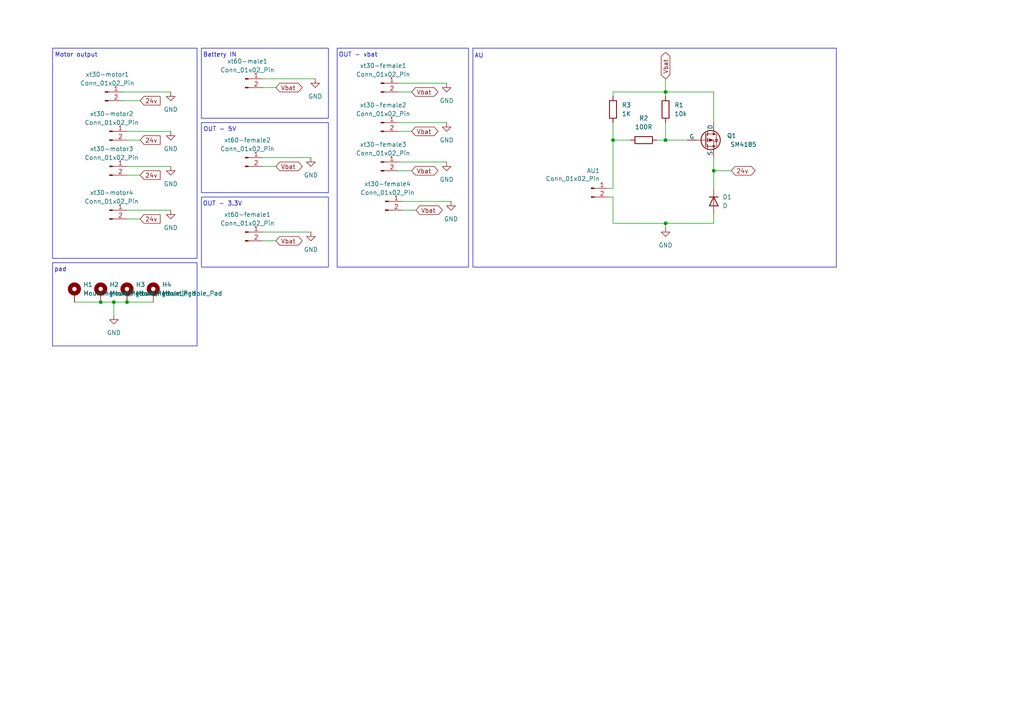
<source format=kicad_sch>
(kicad_sch (version 20231120) (generator "eeschema") (generator_version "8.0")
  (paper "A4")
  (lib_symbols
    (symbol "Connector:Conn_01x02_Pin" (pin_names (offset 1.016) hide)
      (property "Reference" "J" (at 0 2.54 0))
      (property "Value" "Conn_01x02_Pin" (at 0 -5.08 0))
      (symbol "Conn_01x02_Pin_1_1"
        (polyline (pts (xy 1.27 -2.54) (xy 0.8636 -2.54)) (stroke (width 0.1524)))
        (polyline (pts (xy 1.27 0) (xy 0.8636 0)) (stroke (width 0.1524)))
        (rectangle (start 0.8636 -2.413) (end 0 -2.667) (stroke (width 0.1524)) (fill (type outline)))
        (rectangle (start 0.8636 0.127) (end 0 -0.127) (stroke (width 0.1524)) (fill (type outline)))
        (pin passive line (at 5.08 0 180) (length 3.81) (name "Pin_1") (number "1"))
        (pin passive line (at 5.08 -2.54 180) (length 3.81) (name "Pin_2") (number "2"))
      )
    )
    (symbol "Device:D" (pin_numbers hide) (pin_names (offset 1.016) hide)
      (property "Reference" "D" (at 0 2.54 0))
      (property "Value" "D" (at 0 -2.54 0))
      (symbol "D_0_1"
        (polyline (pts (xy -1.27 1.27) (xy -1.27 -1.27)) (stroke (width 0.254)))
        (polyline (pts (xy 1.27 0) (xy -1.27 0)))
        (polyline (pts (xy 1.27 1.27) (xy 1.27 -1.27) (xy -1.27 0) (xy 1.27 1.27)) (stroke (width 0.254)))
      )
      (symbol "D_1_1"
        (pin passive line (at -3.81 0 0) (length 2.54) (name "K") (number "1"))
        (pin passive line (at 3.81 0 180) (length 2.54) (name "A") (number "2"))
      )
    )
    (symbol "Device:R" (pin_numbers hide) (pin_names (offset 0))
      (property "Reference" "R" (at 2.032 0 90))
      (property "Value" "R" (at 0 0 90))
      (symbol "R_0_1"
        (rectangle (start -1.016 -2.54) (end 1.016 2.54) (stroke (width 0.254)))
      )
      (symbol "R_1_1"
        (pin passive line (at 0 3.81 270) (length 1.27) (name "~") (number "1"))
        (pin passive line (at 0 -3.81 90) (length 1.27) (name "~") (number "2"))
      )
    )
    (symbol "Mechanical:MountingHole_Pad" (pin_numbers hide) (pin_names (offset 1.016) hide) (exclude_from_sim yes) (in_bom no)
      (property "Reference" "H" (at 0 6.35 0))
      (property "Value" "MountingHole_Pad" (at 0 4.445 0))
      (symbol "MountingHole_Pad_0_1"
        (circle (center 0 1.27) (radius 1.27) (stroke (width 1.27)))
      )
      (symbol "MountingHole_Pad_1_1"
        (pin input line (at 0 -2.54 90) (length 2.54) (name "1") (number "1"))
      )
    )
    (symbol "Simulation_SPICE:PMOS" (pin_numbers hide) (pin_names (offset 0))
      (property "Reference" "Q" (at 5.08 1.27 0))
      (property "Value" "PMOS" (at 5.08 -1.27 0))
      (symbol "PMOS_0_1"
        (polyline (pts (xy 0.254 0) (xy -2.54 0)))
        (polyline (pts (xy 0.254 1.905) (xy 0.254 -1.905)) (stroke (width 0.254)))
        (polyline (pts (xy 0.762 -1.27) (xy 0.762 -2.286)) (stroke (width 0.254)))
        (polyline (pts (xy 0.762 0.508) (xy 0.762 -0.508)) (stroke (width 0.254)))
        (polyline (pts (xy 0.762 2.286) (xy 0.762 1.27)) (stroke (width 0.254)))
        (polyline (pts (xy 2.54 2.54) (xy 2.54 1.778)))
        (polyline (pts (xy 2.54 -2.54) (xy 2.54 0) (xy 0.762 0)))
        (polyline (pts (xy 0.762 1.778) (xy 3.302 1.778) (xy 3.302 -1.778) (xy 0.762 -1.778)))
        (polyline (pts (xy 2.286 0) (xy 1.27 0.381) (xy 1.27 -0.381) (xy 2.286 0)) (fill (type outline)))
        (polyline (pts (xy 2.794 -0.508) (xy 2.921 -0.381) (xy 3.683 -0.381) (xy 3.81 -0.254)))
        (polyline (pts (xy 3.302 -0.381) (xy 2.921 0.254) (xy 3.683 0.254) (xy 3.302 -0.381)))
        (circle (center 1.651 0) (radius 2.794) (stroke (width 0.254)))
        (circle (center 2.54 -1.778) (radius 0.254) (fill (type outline)))
        (circle (center 2.54 1.778) (radius 0.254) (fill (type outline)))
      )
      (symbol "PMOS_1_1"
        (pin passive line (at 2.54 5.08 270) (length 2.54) (name "D") (number "1"))
        (pin input line (at -5.08 0 0) (length 2.54) (name "G") (number "2"))
        (pin passive line (at 2.54 -5.08 90) (length 2.54) (name "S") (number "3"))
      )
    )
    (symbol "power:GND" (power) (pin_numbers hide) (pin_names (offset 0) hide)
      (property "Value" "GND" (at 0 -3.81 0))
      (symbol "GND_0_1"
        (polyline (pts (xy 0 0) (xy 0 -1.27) (xy 1.27 -1.27) (xy 0 -2.54) (xy -1.27 -1.27) (xy 0 -1.27)))
      )
      (symbol "GND_1_1"
        (pin power_in line (at 0 0 270) (length 0) (name "~") (number "1"))
      )
    )
  )
  (junction (at 33.02 87.63))
  (junction (at 193.04 64.77))
  (junction (at 193.04 40.64))
  (junction (at 177.8 40.64))
  (junction (at 207.01 49.53))
  (junction (at 36.83 87.63))
  (junction (at 193.04 26.67))
  (junction (at 29.21 87.63))
  (wire (pts (xy 115.57 26.67) (xy 119.38 26.67)))
  (wire (pts (xy 76.2 69.85) (xy 80.01 69.85)))
  (wire (pts (xy 207.01 49.53) (xy 212.09 49.53)))
  (wire (pts (xy 193.04 22.86) (xy 193.04 26.67)))
  (wire (pts (xy 176.53 57.15) (xy 177.8 57.15)))
  (wire (pts (xy 207.01 54.61) (xy 207.01 49.53)))
  (wire (pts (xy 36.83 63.5) (xy 40.64 63.5)))
  (wire (pts (xy 36.83 60.96) (xy 49.53 60.96)))
  (wire (pts (xy 36.83 40.64) (xy 40.64 40.64)))
  (wire (pts (xy 35.56 29.21) (xy 40.64 29.21)))
  (wire (pts (xy 177.8 40.64) (xy 182.88 40.64)))
  (wire (pts (xy 193.04 66.04) (xy 193.04 64.77)))
  (wire (pts (xy 115.57 24.13) (xy 129.54 24.13)))
  (wire (pts (xy 193.04 40.64) (xy 199.39 40.64)))
  (wire (pts (xy 177.8 57.15) (xy 177.8 64.77)))
  (wire (pts (xy 193.04 64.77) (xy 207.01 64.77)))
  (wire (pts (xy 193.04 26.67) (xy 193.04 27.94)))
  (wire (pts (xy 33.02 91.44) (xy 33.02 87.63)))
  (wire (pts (xy 115.57 46.99) (xy 129.54 46.99)))
  (wire (pts (xy 29.21 87.63) (xy 33.02 87.63)))
  (wire (pts (xy 76.2 22.86) (xy 91.44 22.86)))
  (wire (pts (xy 190.5 40.64) (xy 193.04 40.64)))
  (wire (pts (xy 21.59 87.63) (xy 29.21 87.63)))
  (wire (pts (xy 115.57 49.53) (xy 119.38 49.53)))
  (wire (pts (xy 76.2 48.26) (xy 80.01 48.26)))
  (wire (pts (xy 207.01 45.72) (xy 207.01 49.53)))
  (wire (pts (xy 36.83 48.26) (xy 49.53 48.26)))
  (wire (pts (xy 207.01 26.67) (xy 207.01 35.56)))
  (wire (pts (xy 76.2 45.72) (xy 90.17 45.72)))
  (wire (pts (xy 207.01 64.77) (xy 207.01 62.23)))
  (wire (pts (xy 177.8 26.67) (xy 177.8 27.94)))
  (wire (pts (xy 33.02 87.63) (xy 36.83 87.63)))
  (wire (pts (xy 193.04 35.56) (xy 193.04 40.64)))
  (wire (pts (xy 177.8 40.64) (xy 177.8 54.61)))
  (wire (pts (xy 76.2 67.31) (xy 90.17 67.31)))
  (wire (pts (xy 115.57 38.1) (xy 119.38 38.1)))
  (wire (pts (xy 177.8 35.56) (xy 177.8 40.64)))
  (wire (pts (xy 76.2 25.4) (xy 80.01 25.4)))
  (wire (pts (xy 177.8 54.61) (xy 176.53 54.61)))
  (wire (pts (xy 193.04 26.67) (xy 177.8 26.67)))
  (wire (pts (xy 36.83 38.1) (xy 49.53 38.1)))
  (wire (pts (xy 115.57 35.56) (xy 129.54 35.56)))
  (wire (pts (xy 193.04 26.67) (xy 207.01 26.67)))
  (wire (pts (xy 35.56 26.67) (xy 49.53 26.67)))
  (wire (pts (xy 36.83 50.8) (xy 40.64 50.8)))
  (wire (pts (xy 177.8 64.77) (xy 193.04 64.77)))
  (wire (pts (xy 116.84 60.96) (xy 120.65 60.96)))
  (wire (pts (xy 36.83 87.63) (xy 44.45 87.63)))
  (wire (pts (xy 116.84 58.42) (xy 130.81 58.42)))
  (rectangle (start 58.42 13.97) (end 95.25 34.29))
  (rectangle (start 58.42 57.15) (end 95.25 77.47))
  (rectangle (start 58.42 35.56) (end 95.25 55.88))
  (rectangle (start 137.16 13.97) (end 242.57 77.47))
  (rectangle (start 15.24 13.97) (end 57.15 74.93))
  (rectangle (start 97.79 13.97) (end 135.89 77.47))
  (rectangle (start 15.24 76.2) (end 57.15 100.33))
  (text "Motor output\n" (at 22.098 16.002 0) (effects (font (size 1.27 1.27))))
  (text "OUT - 3.3V" (at 64.516 59.182 0) (effects (font (size 1.27 1.27))))
  (text "AU" (at 138.938 16.256 0) (effects (font (size 1.27 1.27))))
  (text "OUT - vbat" (at 103.886 16.002 0) (effects (font (size 1.27 1.27))))
  (text "OUT - 5V" (at 63.754 37.592 0) (effects (font (size 1.27 1.27))))
  (text "Battery IN" (at 63.754 16.002 0) (effects (font (size 1.27 1.27))))
  (text "pad\n" (at 17.526 78.232 0) (effects (font (size 1.27 1.27))))
  (global_label "24v" (shape bidirectional) (at 212.09 49.53 0) (property "Intersheetrefs" "${INTERSHEET_REFS}" (effects (hide yes))))
  (global_label "Vbat" (shape bidirectional) (at 193.04 22.86 90) (property "Intersheetrefs" "${INTERSHEET_REFS}" (effects (hide yes))))
  (global_label "Vbat" (shape bidirectional) (at 119.38 38.1 0) (property "Intersheetrefs" "${INTERSHEET_REFS}" (effects (hide yes))))
  (global_label "Vbat" (shape bidirectional) (at 80.01 25.4 0) (property "Intersheetrefs" "${INTERSHEET_REFS}" (effects (hide yes))))
  (global_label "24v" (shape input) (at 40.64 50.8 0) (property "Intersheetrefs" "${INTERSHEET_REFS}" (effects (hide yes))))
  (global_label "Vbat" (shape bidirectional) (at 119.38 49.53 0) (property "Intersheetrefs" "${INTERSHEET_REFS}" (effects (hide yes))))
  (global_label "24v" (shape input) (at 40.64 40.64 0) (property "Intersheetrefs" "${INTERSHEET_REFS}" (effects (hide yes))))
  (global_label "Vbat" (shape bidirectional) (at 80.01 69.85 0) (property "Intersheetrefs" "${INTERSHEET_REFS}" (effects (hide yes))))
  (global_label "Vbat" (shape bidirectional) (at 119.38 26.67 0) (property "Intersheetrefs" "${INTERSHEET_REFS}" (effects (hide yes))))
  (global_label "24v" (shape input) (at 40.64 63.5 0) (property "Intersheetrefs" "${INTERSHEET_REFS}" (effects (hide yes))))
  (global_label "Vbat" (shape bidirectional) (at 80.01 48.26 0) (property "Intersheetrefs" "${INTERSHEET_REFS}" (effects (hide yes))))
  (global_label "24v" (shape input) (at 40.64 29.21 0) (property "Intersheetrefs" "${INTERSHEET_REFS}" (effects (hide yes))))
  (global_label "Vbat" (shape bidirectional) (at 120.65 60.96 0) (property "Intersheetrefs" "${INTERSHEET_REFS}" (effects (hide yes))))
  (symbol (lib_id "Connector:Conn_01x02_Pin") (at 110.49 46.99 0) (unit 1)
    (property "Reference" "xt30-female3" (at 111.125 41.91 0))
    (property "Value" "Conn_01x02_Pin" (at 111.125 44.45 0))
    (property "Footprint" "Connector_AMASS:AMASS_XT30U-F_1x02_P5.0mm_Vertical" (effects (hide yes)))
    (property "Description" "Generic connector, single row, 01x02, script generated" (effects (hide yes)))
  )
  (symbol (lib_id "power:GND") (at 130.81 58.42 0) (unit 1)
    (property "Reference" "#PWR08" (effects (hide yes)))
    (property "Value" "GND" (at 130.81 63.5 0))
    (property "Description" "Power symbol creates a global label with name \"GND\" , ground" (effects (hide yes)))
  )
  (symbol (lib_id "power:GND") (at 49.53 38.1 0) (unit 1)
    (property "Reference" "#PWR03" (effects (hide yes)))
    (property "Value" "GND" (at 49.53 43.18 0))
    (property "Description" "Power symbol creates a global label with name \"GND\" , ground" (effects (hide yes)))
  )
  (symbol (lib_id "power:GND") (at 90.17 45.72 0) (unit 1)
    (property "Reference" "#PWR011" (effects (hide yes)))
    (property "Value" "GND" (at 90.17 50.8 0))
    (property "Description" "Power symbol creates a global label with name \"GND\" , ground" (effects (hide yes)))
  )
  (symbol (lib_id "Connector:Conn_01x02_Pin") (at 71.12 22.86 0) (unit 1)
    (property "Reference" "xt60-male1" (at 71.755 17.78 0))
    (property "Value" "Conn_01x02_Pin" (at 71.755 20.32 0))
    (property "Footprint" "Connector_AMASS:AMASS_XT60-M_1x02_P7.20mm_Vertical" (effects (hide yes)))
    (property "Description" "Generic connector, single row, 01x02, script generated" (effects (hide yes)))
  )
  (symbol (lib_id "Connector:Conn_01x02_Pin") (at 111.76 58.42 0) (unit 1)
    (property "Reference" "xt30-female4" (at 112.395 53.34 0))
    (property "Value" "Conn_01x02_Pin" (at 112.395 55.88 0))
    (property "Footprint" "Connector_AMASS:AMASS_XT30U-F_1x02_P5.0mm_Vertical" (effects (hide yes)))
    (property "Description" "Generic connector, single row, 01x02, script generated" (effects (hide yes)))
  )
  (symbol (lib_id "Mechanical:MountingHole_Pad") (at 29.21 85.09 0) (unit 1) (exclude_from_sim yes) (in_bom no)
    (property "Reference" "H2" (at 31.75 82.5499 0) (effects (justify left)))
    (property "Value" "MountingHole_Pad" (at 31.75 85.0899 0) (effects (justify left)))
    (property "Footprint" "MountingHole:MountingHole_3.2mm_M3_DIN965_Pad" (effects (hide yes)))
    (property "Description" "Mounting Hole with connection" (effects (hide yes)))
  )
  (symbol (lib_id "Connector:Conn_01x02_Pin") (at 31.75 38.1 0) (unit 1)
    (property "Reference" "xt30-motor2" (at 32.385 33.02 0))
    (property "Value" "Conn_01x02_Pin" (at 32.385 35.56 0))
    (property "Footprint" "Connector_AMASS:AMASS_XT30U-F_1x02_P5.0mm_Vertical" (effects (hide yes)))
    (property "Description" "Generic connector, single row, 01x02, script generated" (effects (hide yes)))
  )
  (symbol (lib_id "power:GND") (at 49.53 48.26 0) (unit 1)
    (property "Reference" "#PWR04" (effects (hide yes)))
    (property "Value" "GND" (at 49.53 53.34 0))
    (property "Description" "Power symbol creates a global label with name \"GND\" , ground" (effects (hide yes)))
  )
  (symbol (lib_id "Device:D") (at 207.01 58.42 270) (unit 1)
    (property "Reference" "D1" (at 209.55 57.1499 90) (effects (justify left)))
    (property "Value" "D" (at 209.55 59.6899 90) (effects (justify left)))
    (property "Footprint" "Diode_SMD:D_SMA" (effects (hide yes)))
    (property "Description" "Diode" (effects (hide yes)))
    (property "Sim.Device" "D" (effects (hide yes)))
    (property "Sim.Pins" "1=K 2=A" (effects (hide yes)))
  )
  (symbol (lib_id "Device:R") (at 186.69 40.64 270) (unit 1)
    (property "Reference" "R2" (at 186.69 34.29 90))
    (property "Value" "100R" (at 186.69 36.83 90))
    (property "Footprint" "Resistor_SMD:R_2010_5025Metric_Pad1.40x2.65mm_HandSolder" (effects (hide yes)))
    (property "Description" "Resistor" (effects (hide yes)))
  )
  (symbol (lib_id "Mechanical:MountingHole_Pad") (at 44.45 85.09 0) (unit 1) (exclude_from_sim yes) (in_bom no)
    (property "Reference" "H4" (at 46.99 82.5499 0) (effects (justify left)))
    (property "Value" "MountingHole_Pad" (at 46.99 85.0899 0) (effects (justify left)))
    (property "Footprint" "MountingHole:MountingHole_3.2mm_M3_DIN965_Pad" (effects (hide yes)))
    (property "Description" "Mounting Hole with connection" (effects (hide yes)))
  )
  (symbol (lib_id "Connector:Conn_01x02_Pin") (at 171.45 54.61 0) (unit 1)
    (property "Reference" "AU1" (at 172.085 49.53 0))
    (property "Value" "Conn_01x02_Pin" (at 166.116 51.816 0))
    (property "Footprint" "Connector_JST:JST_XH_B2B-XH-AM_1x02_P2.50mm_Vertical" (effects (hide yes)))
    (property "Description" "Generic connector, single row, 01x02, script generated" (effects (hide yes)))
  )
  (symbol (lib_id "Simulation_SPICE:PMOS") (at 204.47 40.64 0) (unit 1)
    (property "Reference" "Q1" (at 210.82 39.3699 0) (effects (justify left)))
    (property "Value" " SM4185 " (at 210.82 41.9099 0) (effects (justify left)))
    (property "Footprint" "Package_TO_SOT_SMD:TO-252-2" (effects (hide yes)))
    (property "Datasheet" "https://ngspice.sourceforge.io/docs/ngspice-html-manual/manual.xhtml#cha_MOSFETs" (effects (hide yes)))
    (property "Description" "P-MOSFET transistor, drain/source/gate" (effects (hide yes)))
    (property "Sim.Device" "PMOS" (effects (hide yes)))
    (property "Sim.Type" "VDMOS" (effects (hide yes)))
    (property "Sim.Pins" "1=D 2=G 3=S" (effects (hide yes)))
  )
  (symbol (lib_id "power:GND") (at 33.02 91.44 0) (unit 1)
    (property "Reference" "#PWR010" (effects (hide yes)))
    (property "Value" "GND" (at 33.02 96.52 0))
    (property "Description" "Power symbol creates a global label with name \"GND\" , ground" (effects (hide yes)))
  )
  (symbol (lib_id "Connector:Conn_01x02_Pin") (at 110.49 24.13 0) (unit 1)
    (property "Reference" "xt30-female1" (at 111.125 19.05 0))
    (property "Value" "Conn_01x02_Pin" (at 111.125 21.59 0))
    (property "Footprint" "Connector_AMASS:AMASS_XT30U-F_1x02_P5.0mm_Vertical" (effects (hide yes)))
    (property "Description" "Generic connector, single row, 01x02, script generated" (effects (hide yes)))
  )
  (symbol (lib_id "power:GND") (at 91.44 22.86 0) (unit 1)
    (property "Reference" "#PWR01" (effects (hide yes)))
    (property "Value" "GND" (at 91.44 27.94 0))
    (property "Description" "Power symbol creates a global label with name \"GND\" , ground" (effects (hide yes)))
  )
  (symbol (lib_id "Connector:Conn_01x02_Pin") (at 71.12 45.72 0) (unit 1)
    (property "Reference" "xt60-female2" (at 71.755 40.64 0))
    (property "Value" "Conn_01x02_Pin" (at 71.755 43.18 0))
    (property "Footprint" "Connector_AMASS:AMASS_XT60-F_1x02_P7.20mm_Vertical" (effects (hide yes)))
    (property "Description" "Generic connector, single row, 01x02, script generated" (effects (hide yes)))
  )
  (symbol (lib_id "Connector:Conn_01x02_Pin") (at 110.49 35.56 0) (unit 1)
    (property "Reference" "xt30-female2" (at 111.125 30.48 0))
    (property "Value" "Conn_01x02_Pin" (at 111.125 33.02 0))
    (property "Footprint" "Connector_AMASS:AMASS_XT30U-F_1x02_P5.0mm_Vertical" (effects (hide yes)))
    (property "Description" "Generic connector, single row, 01x02, script generated" (effects (hide yes)))
  )
  (symbol (lib_id "power:GND") (at 49.53 60.96 0) (unit 1)
    (property "Reference" "#PWR05" (effects (hide yes)))
    (property "Value" "GND" (at 49.53 66.04 0))
    (property "Description" "Power symbol creates a global label with name \"GND\" , ground" (effects (hide yes)))
  )
  (symbol (lib_id "power:GND") (at 129.54 24.13 0) (unit 1)
    (property "Reference" "#PWR013" (effects (hide yes)))
    (property "Value" "GND" (at 129.54 29.21 0))
    (property "Description" "Power symbol creates a global label with name \"GND\" , ground" (effects (hide yes)))
  )
  (symbol (lib_id "Mechanical:MountingHole_Pad") (at 36.83 85.09 0) (unit 1) (exclude_from_sim yes) (in_bom no)
    (property "Reference" "H3" (at 39.37 82.5499 0) (effects (justify left)))
    (property "Value" "MountingHole_Pad" (at 39.37 85.0899 0) (effects (justify left)))
    (property "Footprint" "MountingHole:MountingHole_3.2mm_M3_DIN965_Pad" (effects (hide yes)))
    (property "Description" "Mounting Hole with connection" (effects (hide yes)))
  )
  (symbol (lib_id "power:GND") (at 49.53 26.67 0) (unit 1)
    (property "Reference" "#PWR02" (effects (hide yes)))
    (property "Value" "GND" (at 49.53 31.75 0))
    (property "Description" "Power symbol creates a global label with name \"GND\" , ground" (effects (hide yes)))
  )
  (symbol (lib_id "power:GND") (at 193.04 66.04 0) (unit 1)
    (property "Reference" "#PWR09" (effects (hide yes)))
    (property "Value" "GND" (at 193.04 71.12 0))
    (property "Description" "Power symbol creates a global label with name \"GND\" , ground" (effects (hide yes)))
  )
  (symbol (lib_id "Mechanical:MountingHole_Pad") (at 21.59 85.09 0) (unit 1) (exclude_from_sim yes) (in_bom no)
    (property "Reference" "H1" (at 24.13 82.5499 0) (effects (justify left)))
    (property "Value" "MountingHole_Pad" (at 24.13 85.0899 0) (effects (justify left)))
    (property "Footprint" "MountingHole:MountingHole_3.2mm_M3_DIN965_Pad" (effects (hide yes)))
    (property "Description" "Mounting Hole with connection" (effects (hide yes)))
  )
  (symbol (lib_id "Device:R") (at 177.8 31.75 0) (unit 1)
    (property "Reference" "R3" (at 180.34 30.4799 0) (effects (justify left)))
    (property "Value" "1K" (at 180.34 33.0199 0) (effects (justify left)))
    (property "Footprint" "Resistor_SMD:R_2010_5025Metric_Pad1.40x2.65mm_HandSolder" (effects (hide yes)))
    (property "Description" "Resistor" (effects (hide yes)))
  )
  (symbol (lib_id "Device:R") (at 193.04 31.75 0) (unit 1)
    (property "Reference" "R1" (at 195.58 30.4799 0) (effects (justify left)))
    (property "Value" "10k" (at 195.58 33.0199 0) (effects (justify left)))
    (property "Footprint" "Resistor_SMD:R_2010_5025Metric_Pad1.40x2.65mm_HandSolder" (effects (hide yes)))
    (property "Description" "Resistor" (effects (hide yes)))
  )
  (symbol (lib_id "power:GND") (at 90.17 67.31 0) (unit 1)
    (property "Reference" "#PWR012" (effects (hide yes)))
    (property "Value" "GND" (at 90.17 72.39 0))
    (property "Description" "Power symbol creates a global label with name \"GND\" , ground" (effects (hide yes)))
  )
  (symbol (lib_id "Connector:Conn_01x02_Pin") (at 30.48 26.67 0) (unit 1)
    (property "Reference" "xt30-motor1" (at 31.115 21.59 0))
    (property "Value" "Conn_01x02_Pin" (at 31.115 24.13 0))
    (property "Footprint" "Connector_AMASS:AMASS_XT30U-F_1x02_P5.0mm_Vertical" (effects (hide yes)))
    (property "Description" "Generic connector, single row, 01x02, script generated" (effects (hide yes)))
  )
  (symbol (lib_id "power:GND") (at 129.54 46.99 0) (unit 1)
    (property "Reference" "#PWR07" (effects (hide yes)))
    (property "Value" "GND" (at 129.54 52.07 0))
    (property "Description" "Power symbol creates a global label with name \"GND\" , ground" (effects (hide yes)))
  )
  (symbol (lib_id "Connector:Conn_01x02_Pin") (at 31.75 60.96 0) (unit 1)
    (property "Reference" "xt30-motor4" (at 32.385 55.88 0))
    (property "Value" "Conn_01x02_Pin" (at 32.385 58.42 0))
    (property "Footprint" "Connector_AMASS:AMASS_XT30U-F_1x02_P5.0mm_Vertical" (effects (hide yes)))
    (property "Description" "Generic connector, single row, 01x02, script generated" (effects (hide yes)))
  )
  (symbol (lib_id "Connector:Conn_01x02_Pin") (at 31.75 48.26 0) (unit 1)
    (property "Reference" "xt30-motor3" (at 32.385 43.18 0))
    (property "Value" "Conn_01x02_Pin" (at 32.385 45.72 0))
    (property "Footprint" "Connector_AMASS:AMASS_XT30U-F_1x02_P5.0mm_Vertical" (effects (hide yes)))
    (property "Description" "Generic connector, single row, 01x02, script generated" (effects (hide yes)))
  )
  (symbol (lib_id "Connector:Conn_01x02_Pin") (at 71.12 67.31 0) (unit 1)
    (property "Reference" "xt60-female1" (at 71.755 62.23 0))
    (property "Value" "Conn_01x02_Pin" (at 71.755 64.77 0))
    (property "Footprint" "Connector_AMASS:AMASS_XT60-F_1x02_P7.20mm_Vertical" (effects (hide yes)))
    (property "Description" "Generic connector, single row, 01x02, script generated" (effects (hide yes)))
  )
  (symbol (lib_id "power:GND") (at 129.54 35.56 0) (unit 1)
    (property "Reference" "#PWR06" (effects (hide yes)))
    (property "Value" "GND" (at 129.54 40.64 0))
    (property "Description" "Power symbol creates a global label with name \"GND\" , ground" (effects (hide yes)))
  )
)
</source>
